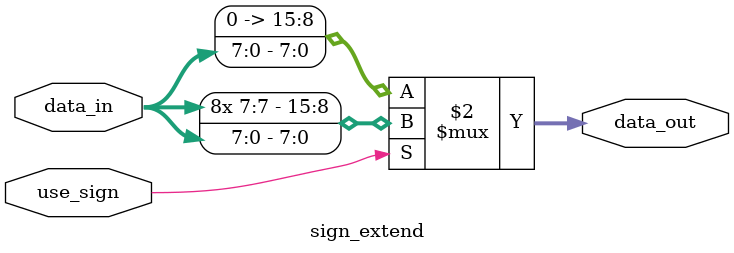
<source format=sv>
module sign_extend #(parameter IN_W=8, OUT_W=16) (
    input [IN_W-1:0] data_in,
    input use_sign,
    output reg [OUT_W-1:0] data_out
);
always @(*) begin
    data_out = use_sign ? {{(OUT_W-IN_W){data_in[IN_W-1]}}, data_in} : 
                         {{(OUT_W-IN_W){1'b0}}, data_in};
end
endmodule
</source>
